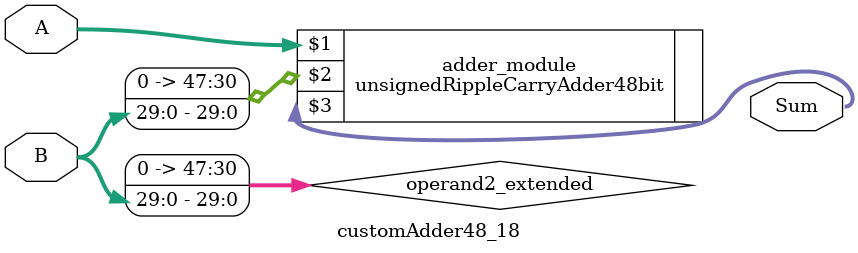
<source format=v>
module customAdder48_18(
                        input [47 : 0] A,
                        input [29 : 0] B,
                        
                        output [48 : 0] Sum
                );

        wire [47 : 0] operand2_extended;
        
        assign operand2_extended =  {18'b0, B};
        
        unsignedRippleCarryAdder48bit adder_module(
            A,
            operand2_extended,
            Sum
        );
        
        endmodule
        
</source>
